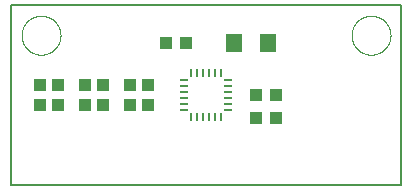
<source format=gtp>
G75*
%MOIN*%
%OFA0B0*%
%FSLAX25Y25*%
%IPPOS*%
%LPD*%
%AMOC8*
5,1,8,0,0,1.08239X$1,22.5*
%
%ADD10C,0.00800*%
%ADD11R,0.02756X0.01142*%
%ADD12R,0.01142X0.02756*%
%ADD13R,0.04331X0.03937*%
%ADD14R,0.05512X0.06299*%
%ADD15R,0.03937X0.04331*%
%ADD16C,0.00000*%
D10*
X0002250Y0010500D02*
X0132250Y0010500D01*
X0132250Y0070500D01*
X0002250Y0070500D01*
X0002250Y0010500D01*
D11*
X0059868Y0035579D03*
X0059868Y0037547D03*
X0059868Y0039516D03*
X0059868Y0041484D03*
X0059868Y0043453D03*
X0059868Y0045421D03*
X0074632Y0045421D03*
X0074632Y0043453D03*
X0074632Y0041484D03*
X0074632Y0039516D03*
X0074632Y0037547D03*
X0074632Y0035579D03*
D12*
X0072171Y0033118D03*
X0070203Y0033118D03*
X0068234Y0033118D03*
X0066266Y0033118D03*
X0064297Y0033118D03*
X0062329Y0033118D03*
X0062329Y0047882D03*
X0064297Y0047882D03*
X0066266Y0047882D03*
X0068234Y0047882D03*
X0070203Y0047882D03*
X0072171Y0047882D03*
D13*
X0083904Y0040500D03*
X0090596Y0040500D03*
X0090596Y0033000D03*
X0083904Y0033000D03*
X0060596Y0058000D03*
X0053904Y0058000D03*
D14*
X0076738Y0058000D03*
X0087762Y0058000D03*
D15*
X0047750Y0043846D03*
X0041750Y0043846D03*
X0032750Y0043846D03*
X0026750Y0043846D03*
X0017750Y0043846D03*
X0011750Y0043846D03*
X0011750Y0037154D03*
X0017750Y0037154D03*
X0026750Y0037154D03*
X0032750Y0037154D03*
X0041750Y0037154D03*
X0047750Y0037154D03*
D16*
X0005750Y0060500D02*
X0005752Y0060661D01*
X0005758Y0060821D01*
X0005768Y0060982D01*
X0005782Y0061142D01*
X0005800Y0061302D01*
X0005821Y0061461D01*
X0005847Y0061620D01*
X0005877Y0061778D01*
X0005910Y0061935D01*
X0005948Y0062092D01*
X0005989Y0062247D01*
X0006034Y0062401D01*
X0006083Y0062554D01*
X0006136Y0062706D01*
X0006192Y0062857D01*
X0006253Y0063006D01*
X0006316Y0063154D01*
X0006384Y0063300D01*
X0006455Y0063444D01*
X0006529Y0063586D01*
X0006607Y0063727D01*
X0006689Y0063865D01*
X0006774Y0064002D01*
X0006862Y0064136D01*
X0006954Y0064268D01*
X0007049Y0064398D01*
X0007147Y0064526D01*
X0007248Y0064651D01*
X0007352Y0064773D01*
X0007459Y0064893D01*
X0007569Y0065010D01*
X0007682Y0065125D01*
X0007798Y0065236D01*
X0007917Y0065345D01*
X0008038Y0065450D01*
X0008162Y0065553D01*
X0008288Y0065653D01*
X0008416Y0065749D01*
X0008547Y0065842D01*
X0008681Y0065932D01*
X0008816Y0066019D01*
X0008954Y0066102D01*
X0009093Y0066182D01*
X0009235Y0066258D01*
X0009378Y0066331D01*
X0009523Y0066400D01*
X0009670Y0066466D01*
X0009818Y0066528D01*
X0009968Y0066586D01*
X0010119Y0066641D01*
X0010272Y0066692D01*
X0010426Y0066739D01*
X0010581Y0066782D01*
X0010737Y0066821D01*
X0010893Y0066857D01*
X0011051Y0066888D01*
X0011209Y0066916D01*
X0011368Y0066940D01*
X0011528Y0066960D01*
X0011688Y0066976D01*
X0011848Y0066988D01*
X0012009Y0066996D01*
X0012170Y0067000D01*
X0012330Y0067000D01*
X0012491Y0066996D01*
X0012652Y0066988D01*
X0012812Y0066976D01*
X0012972Y0066960D01*
X0013132Y0066940D01*
X0013291Y0066916D01*
X0013449Y0066888D01*
X0013607Y0066857D01*
X0013763Y0066821D01*
X0013919Y0066782D01*
X0014074Y0066739D01*
X0014228Y0066692D01*
X0014381Y0066641D01*
X0014532Y0066586D01*
X0014682Y0066528D01*
X0014830Y0066466D01*
X0014977Y0066400D01*
X0015122Y0066331D01*
X0015265Y0066258D01*
X0015407Y0066182D01*
X0015546Y0066102D01*
X0015684Y0066019D01*
X0015819Y0065932D01*
X0015953Y0065842D01*
X0016084Y0065749D01*
X0016212Y0065653D01*
X0016338Y0065553D01*
X0016462Y0065450D01*
X0016583Y0065345D01*
X0016702Y0065236D01*
X0016818Y0065125D01*
X0016931Y0065010D01*
X0017041Y0064893D01*
X0017148Y0064773D01*
X0017252Y0064651D01*
X0017353Y0064526D01*
X0017451Y0064398D01*
X0017546Y0064268D01*
X0017638Y0064136D01*
X0017726Y0064002D01*
X0017811Y0063865D01*
X0017893Y0063727D01*
X0017971Y0063586D01*
X0018045Y0063444D01*
X0018116Y0063300D01*
X0018184Y0063154D01*
X0018247Y0063006D01*
X0018308Y0062857D01*
X0018364Y0062706D01*
X0018417Y0062554D01*
X0018466Y0062401D01*
X0018511Y0062247D01*
X0018552Y0062092D01*
X0018590Y0061935D01*
X0018623Y0061778D01*
X0018653Y0061620D01*
X0018679Y0061461D01*
X0018700Y0061302D01*
X0018718Y0061142D01*
X0018732Y0060982D01*
X0018742Y0060821D01*
X0018748Y0060661D01*
X0018750Y0060500D01*
X0018748Y0060339D01*
X0018742Y0060179D01*
X0018732Y0060018D01*
X0018718Y0059858D01*
X0018700Y0059698D01*
X0018679Y0059539D01*
X0018653Y0059380D01*
X0018623Y0059222D01*
X0018590Y0059065D01*
X0018552Y0058908D01*
X0018511Y0058753D01*
X0018466Y0058599D01*
X0018417Y0058446D01*
X0018364Y0058294D01*
X0018308Y0058143D01*
X0018247Y0057994D01*
X0018184Y0057846D01*
X0018116Y0057700D01*
X0018045Y0057556D01*
X0017971Y0057414D01*
X0017893Y0057273D01*
X0017811Y0057135D01*
X0017726Y0056998D01*
X0017638Y0056864D01*
X0017546Y0056732D01*
X0017451Y0056602D01*
X0017353Y0056474D01*
X0017252Y0056349D01*
X0017148Y0056227D01*
X0017041Y0056107D01*
X0016931Y0055990D01*
X0016818Y0055875D01*
X0016702Y0055764D01*
X0016583Y0055655D01*
X0016462Y0055550D01*
X0016338Y0055447D01*
X0016212Y0055347D01*
X0016084Y0055251D01*
X0015953Y0055158D01*
X0015819Y0055068D01*
X0015684Y0054981D01*
X0015546Y0054898D01*
X0015407Y0054818D01*
X0015265Y0054742D01*
X0015122Y0054669D01*
X0014977Y0054600D01*
X0014830Y0054534D01*
X0014682Y0054472D01*
X0014532Y0054414D01*
X0014381Y0054359D01*
X0014228Y0054308D01*
X0014074Y0054261D01*
X0013919Y0054218D01*
X0013763Y0054179D01*
X0013607Y0054143D01*
X0013449Y0054112D01*
X0013291Y0054084D01*
X0013132Y0054060D01*
X0012972Y0054040D01*
X0012812Y0054024D01*
X0012652Y0054012D01*
X0012491Y0054004D01*
X0012330Y0054000D01*
X0012170Y0054000D01*
X0012009Y0054004D01*
X0011848Y0054012D01*
X0011688Y0054024D01*
X0011528Y0054040D01*
X0011368Y0054060D01*
X0011209Y0054084D01*
X0011051Y0054112D01*
X0010893Y0054143D01*
X0010737Y0054179D01*
X0010581Y0054218D01*
X0010426Y0054261D01*
X0010272Y0054308D01*
X0010119Y0054359D01*
X0009968Y0054414D01*
X0009818Y0054472D01*
X0009670Y0054534D01*
X0009523Y0054600D01*
X0009378Y0054669D01*
X0009235Y0054742D01*
X0009093Y0054818D01*
X0008954Y0054898D01*
X0008816Y0054981D01*
X0008681Y0055068D01*
X0008547Y0055158D01*
X0008416Y0055251D01*
X0008288Y0055347D01*
X0008162Y0055447D01*
X0008038Y0055550D01*
X0007917Y0055655D01*
X0007798Y0055764D01*
X0007682Y0055875D01*
X0007569Y0055990D01*
X0007459Y0056107D01*
X0007352Y0056227D01*
X0007248Y0056349D01*
X0007147Y0056474D01*
X0007049Y0056602D01*
X0006954Y0056732D01*
X0006862Y0056864D01*
X0006774Y0056998D01*
X0006689Y0057135D01*
X0006607Y0057273D01*
X0006529Y0057414D01*
X0006455Y0057556D01*
X0006384Y0057700D01*
X0006316Y0057846D01*
X0006253Y0057994D01*
X0006192Y0058143D01*
X0006136Y0058294D01*
X0006083Y0058446D01*
X0006034Y0058599D01*
X0005989Y0058753D01*
X0005948Y0058908D01*
X0005910Y0059065D01*
X0005877Y0059222D01*
X0005847Y0059380D01*
X0005821Y0059539D01*
X0005800Y0059698D01*
X0005782Y0059858D01*
X0005768Y0060018D01*
X0005758Y0060179D01*
X0005752Y0060339D01*
X0005750Y0060500D01*
X0115750Y0060500D02*
X0115752Y0060661D01*
X0115758Y0060821D01*
X0115768Y0060982D01*
X0115782Y0061142D01*
X0115800Y0061302D01*
X0115821Y0061461D01*
X0115847Y0061620D01*
X0115877Y0061778D01*
X0115910Y0061935D01*
X0115948Y0062092D01*
X0115989Y0062247D01*
X0116034Y0062401D01*
X0116083Y0062554D01*
X0116136Y0062706D01*
X0116192Y0062857D01*
X0116253Y0063006D01*
X0116316Y0063154D01*
X0116384Y0063300D01*
X0116455Y0063444D01*
X0116529Y0063586D01*
X0116607Y0063727D01*
X0116689Y0063865D01*
X0116774Y0064002D01*
X0116862Y0064136D01*
X0116954Y0064268D01*
X0117049Y0064398D01*
X0117147Y0064526D01*
X0117248Y0064651D01*
X0117352Y0064773D01*
X0117459Y0064893D01*
X0117569Y0065010D01*
X0117682Y0065125D01*
X0117798Y0065236D01*
X0117917Y0065345D01*
X0118038Y0065450D01*
X0118162Y0065553D01*
X0118288Y0065653D01*
X0118416Y0065749D01*
X0118547Y0065842D01*
X0118681Y0065932D01*
X0118816Y0066019D01*
X0118954Y0066102D01*
X0119093Y0066182D01*
X0119235Y0066258D01*
X0119378Y0066331D01*
X0119523Y0066400D01*
X0119670Y0066466D01*
X0119818Y0066528D01*
X0119968Y0066586D01*
X0120119Y0066641D01*
X0120272Y0066692D01*
X0120426Y0066739D01*
X0120581Y0066782D01*
X0120737Y0066821D01*
X0120893Y0066857D01*
X0121051Y0066888D01*
X0121209Y0066916D01*
X0121368Y0066940D01*
X0121528Y0066960D01*
X0121688Y0066976D01*
X0121848Y0066988D01*
X0122009Y0066996D01*
X0122170Y0067000D01*
X0122330Y0067000D01*
X0122491Y0066996D01*
X0122652Y0066988D01*
X0122812Y0066976D01*
X0122972Y0066960D01*
X0123132Y0066940D01*
X0123291Y0066916D01*
X0123449Y0066888D01*
X0123607Y0066857D01*
X0123763Y0066821D01*
X0123919Y0066782D01*
X0124074Y0066739D01*
X0124228Y0066692D01*
X0124381Y0066641D01*
X0124532Y0066586D01*
X0124682Y0066528D01*
X0124830Y0066466D01*
X0124977Y0066400D01*
X0125122Y0066331D01*
X0125265Y0066258D01*
X0125407Y0066182D01*
X0125546Y0066102D01*
X0125684Y0066019D01*
X0125819Y0065932D01*
X0125953Y0065842D01*
X0126084Y0065749D01*
X0126212Y0065653D01*
X0126338Y0065553D01*
X0126462Y0065450D01*
X0126583Y0065345D01*
X0126702Y0065236D01*
X0126818Y0065125D01*
X0126931Y0065010D01*
X0127041Y0064893D01*
X0127148Y0064773D01*
X0127252Y0064651D01*
X0127353Y0064526D01*
X0127451Y0064398D01*
X0127546Y0064268D01*
X0127638Y0064136D01*
X0127726Y0064002D01*
X0127811Y0063865D01*
X0127893Y0063727D01*
X0127971Y0063586D01*
X0128045Y0063444D01*
X0128116Y0063300D01*
X0128184Y0063154D01*
X0128247Y0063006D01*
X0128308Y0062857D01*
X0128364Y0062706D01*
X0128417Y0062554D01*
X0128466Y0062401D01*
X0128511Y0062247D01*
X0128552Y0062092D01*
X0128590Y0061935D01*
X0128623Y0061778D01*
X0128653Y0061620D01*
X0128679Y0061461D01*
X0128700Y0061302D01*
X0128718Y0061142D01*
X0128732Y0060982D01*
X0128742Y0060821D01*
X0128748Y0060661D01*
X0128750Y0060500D01*
X0128748Y0060339D01*
X0128742Y0060179D01*
X0128732Y0060018D01*
X0128718Y0059858D01*
X0128700Y0059698D01*
X0128679Y0059539D01*
X0128653Y0059380D01*
X0128623Y0059222D01*
X0128590Y0059065D01*
X0128552Y0058908D01*
X0128511Y0058753D01*
X0128466Y0058599D01*
X0128417Y0058446D01*
X0128364Y0058294D01*
X0128308Y0058143D01*
X0128247Y0057994D01*
X0128184Y0057846D01*
X0128116Y0057700D01*
X0128045Y0057556D01*
X0127971Y0057414D01*
X0127893Y0057273D01*
X0127811Y0057135D01*
X0127726Y0056998D01*
X0127638Y0056864D01*
X0127546Y0056732D01*
X0127451Y0056602D01*
X0127353Y0056474D01*
X0127252Y0056349D01*
X0127148Y0056227D01*
X0127041Y0056107D01*
X0126931Y0055990D01*
X0126818Y0055875D01*
X0126702Y0055764D01*
X0126583Y0055655D01*
X0126462Y0055550D01*
X0126338Y0055447D01*
X0126212Y0055347D01*
X0126084Y0055251D01*
X0125953Y0055158D01*
X0125819Y0055068D01*
X0125684Y0054981D01*
X0125546Y0054898D01*
X0125407Y0054818D01*
X0125265Y0054742D01*
X0125122Y0054669D01*
X0124977Y0054600D01*
X0124830Y0054534D01*
X0124682Y0054472D01*
X0124532Y0054414D01*
X0124381Y0054359D01*
X0124228Y0054308D01*
X0124074Y0054261D01*
X0123919Y0054218D01*
X0123763Y0054179D01*
X0123607Y0054143D01*
X0123449Y0054112D01*
X0123291Y0054084D01*
X0123132Y0054060D01*
X0122972Y0054040D01*
X0122812Y0054024D01*
X0122652Y0054012D01*
X0122491Y0054004D01*
X0122330Y0054000D01*
X0122170Y0054000D01*
X0122009Y0054004D01*
X0121848Y0054012D01*
X0121688Y0054024D01*
X0121528Y0054040D01*
X0121368Y0054060D01*
X0121209Y0054084D01*
X0121051Y0054112D01*
X0120893Y0054143D01*
X0120737Y0054179D01*
X0120581Y0054218D01*
X0120426Y0054261D01*
X0120272Y0054308D01*
X0120119Y0054359D01*
X0119968Y0054414D01*
X0119818Y0054472D01*
X0119670Y0054534D01*
X0119523Y0054600D01*
X0119378Y0054669D01*
X0119235Y0054742D01*
X0119093Y0054818D01*
X0118954Y0054898D01*
X0118816Y0054981D01*
X0118681Y0055068D01*
X0118547Y0055158D01*
X0118416Y0055251D01*
X0118288Y0055347D01*
X0118162Y0055447D01*
X0118038Y0055550D01*
X0117917Y0055655D01*
X0117798Y0055764D01*
X0117682Y0055875D01*
X0117569Y0055990D01*
X0117459Y0056107D01*
X0117352Y0056227D01*
X0117248Y0056349D01*
X0117147Y0056474D01*
X0117049Y0056602D01*
X0116954Y0056732D01*
X0116862Y0056864D01*
X0116774Y0056998D01*
X0116689Y0057135D01*
X0116607Y0057273D01*
X0116529Y0057414D01*
X0116455Y0057556D01*
X0116384Y0057700D01*
X0116316Y0057846D01*
X0116253Y0057994D01*
X0116192Y0058143D01*
X0116136Y0058294D01*
X0116083Y0058446D01*
X0116034Y0058599D01*
X0115989Y0058753D01*
X0115948Y0058908D01*
X0115910Y0059065D01*
X0115877Y0059222D01*
X0115847Y0059380D01*
X0115821Y0059539D01*
X0115800Y0059698D01*
X0115782Y0059858D01*
X0115768Y0060018D01*
X0115758Y0060179D01*
X0115752Y0060339D01*
X0115750Y0060500D01*
M02*

</source>
